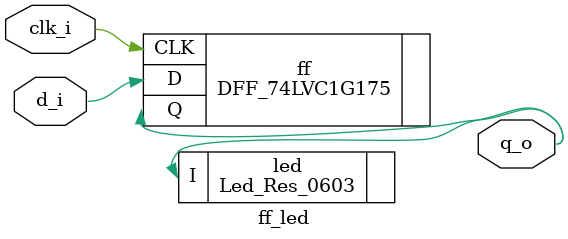
<source format=v>

module ff_led (
  input  clk_i,
  input  d_i,
  output q_o
);
  DFF_74LVC1G175 ff (
    .CLK ( clk_i ),
    .D   ( d_i   ),
    .Q   ( q_o   )
  );

  Led_Res_0603 led (
    .I   ( q_o )
  );
endmodule

</source>
